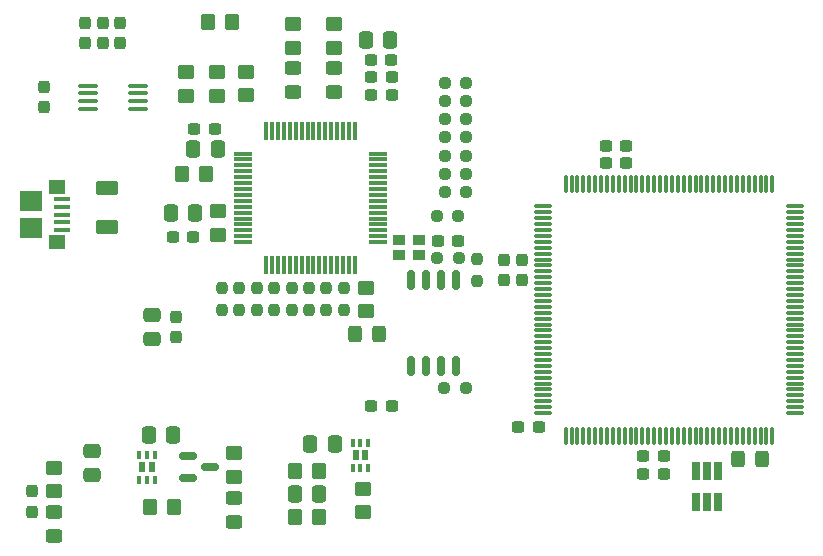
<source format=gbr>
%TF.GenerationSoftware,KiCad,Pcbnew,7.0.1*%
%TF.CreationDate,2023-05-12T19:52:32+02:00*%
%TF.ProjectId,UFO-FPGA,55464f2d-4650-4474-912e-6b696361645f,V0.8*%
%TF.SameCoordinates,Original*%
%TF.FileFunction,Paste,Top*%
%TF.FilePolarity,Positive*%
%FSLAX46Y46*%
G04 Gerber Fmt 4.6, Leading zero omitted, Abs format (unit mm)*
G04 Created by KiCad (PCBNEW 7.0.1) date 2023-05-12 19:52:32*
%MOMM*%
%LPD*%
G01*
G04 APERTURE LIST*
G04 Aperture macros list*
%AMRoundRect*
0 Rectangle with rounded corners*
0 $1 Rounding radius*
0 $2 $3 $4 $5 $6 $7 $8 $9 X,Y pos of 4 corners*
0 Add a 4 corners polygon primitive as box body*
4,1,4,$2,$3,$4,$5,$6,$7,$8,$9,$2,$3,0*
0 Add four circle primitives for the rounded corners*
1,1,$1+$1,$2,$3*
1,1,$1+$1,$4,$5*
1,1,$1+$1,$6,$7*
1,1,$1+$1,$8,$9*
0 Add four rect primitives between the rounded corners*
20,1,$1+$1,$2,$3,$4,$5,0*
20,1,$1+$1,$4,$5,$6,$7,0*
20,1,$1+$1,$6,$7,$8,$9,0*
20,1,$1+$1,$8,$9,$2,$3,0*%
G04 Aperture macros list end*
%ADD10RoundRect,0.250000X0.450000X-0.350000X0.450000X0.350000X-0.450000X0.350000X-0.450000X-0.350000X0*%
%ADD11RoundRect,0.237500X-0.237500X0.300000X-0.237500X-0.300000X0.237500X-0.300000X0.237500X0.300000X0*%
%ADD12RoundRect,0.250000X0.450000X-0.325000X0.450000X0.325000X-0.450000X0.325000X-0.450000X-0.325000X0*%
%ADD13RoundRect,0.237500X0.237500X-0.250000X0.237500X0.250000X-0.237500X0.250000X-0.237500X-0.250000X0*%
%ADD14RoundRect,0.250000X0.337500X0.475000X-0.337500X0.475000X-0.337500X-0.475000X0.337500X-0.475000X0*%
%ADD15RoundRect,0.237500X0.300000X0.237500X-0.300000X0.237500X-0.300000X-0.237500X0.300000X-0.237500X0*%
%ADD16RoundRect,0.250000X0.475000X-0.337500X0.475000X0.337500X-0.475000X0.337500X-0.475000X-0.337500X0*%
%ADD17R,1.000000X0.900000*%
%ADD18RoundRect,0.250000X0.325000X0.450000X-0.325000X0.450000X-0.325000X-0.450000X0.325000X-0.450000X0*%
%ADD19RoundRect,0.237500X-0.300000X-0.237500X0.300000X-0.237500X0.300000X0.237500X-0.300000X0.237500X0*%
%ADD20R,1.400000X0.400000*%
%ADD21R,1.450000X1.150000*%
%ADD22R,1.900000X1.750000*%
%ADD23RoundRect,0.250000X-0.350000X-0.450000X0.350000X-0.450000X0.350000X0.450000X-0.350000X0.450000X0*%
%ADD24RoundRect,0.237500X-0.250000X-0.237500X0.250000X-0.237500X0.250000X0.237500X-0.250000X0.237500X0*%
%ADD25RoundRect,0.250000X-0.450000X0.350000X-0.450000X-0.350000X0.450000X-0.350000X0.450000X0.350000X0*%
%ADD26RoundRect,0.075000X-0.700000X-0.075000X0.700000X-0.075000X0.700000X0.075000X-0.700000X0.075000X0*%
%ADD27RoundRect,0.075000X-0.075000X-0.700000X0.075000X-0.700000X0.075000X0.700000X-0.075000X0.700000X0*%
%ADD28R,0.650000X1.560000*%
%ADD29R,0.630000X0.820000*%
%ADD30R,0.350000X0.650000*%
%ADD31RoundRect,0.237500X0.250000X0.237500X-0.250000X0.237500X-0.250000X-0.237500X0.250000X-0.237500X0*%
%ADD32RoundRect,0.250000X0.700000X-0.362500X0.700000X0.362500X-0.700000X0.362500X-0.700000X-0.362500X0*%
%ADD33RoundRect,0.150000X-0.150000X0.712500X-0.150000X-0.712500X0.150000X-0.712500X0.150000X0.712500X0*%
%ADD34RoundRect,0.250000X-0.337500X-0.475000X0.337500X-0.475000X0.337500X0.475000X-0.337500X0.475000X0*%
%ADD35RoundRect,0.075000X-0.075000X0.662500X-0.075000X-0.662500X0.075000X-0.662500X0.075000X0.662500X0*%
%ADD36RoundRect,0.075000X-0.662500X0.075000X-0.662500X-0.075000X0.662500X-0.075000X0.662500X0.075000X0*%
%ADD37RoundRect,0.237500X0.237500X-0.300000X0.237500X0.300000X-0.237500X0.300000X-0.237500X-0.300000X0*%
%ADD38RoundRect,0.237500X-0.237500X0.250000X-0.237500X-0.250000X0.237500X-0.250000X0.237500X0.250000X0*%
%ADD39RoundRect,0.150000X-0.587500X-0.150000X0.587500X-0.150000X0.587500X0.150000X-0.587500X0.150000X0*%
%ADD40RoundRect,0.100000X0.712500X0.100000X-0.712500X0.100000X-0.712500X-0.100000X0.712500X-0.100000X0*%
%ADD41RoundRect,0.250000X0.350000X0.450000X-0.350000X0.450000X-0.350000X-0.450000X0.350000X-0.450000X0*%
G04 APERTURE END LIST*
D10*
%TO.C,R4*%
X126075000Y-61000000D03*
X126075000Y-59000000D03*
%TD*%
%TO.C,R34*%
X135150000Y-56940000D03*
X135150000Y-54940000D03*
%TD*%
D11*
%TO.C,C3*%
X119075000Y-54837500D03*
X119075000Y-56562500D03*
%TD*%
D12*
%TO.C,RXLED1*%
X138650000Y-60690000D03*
X138650000Y-58640000D03*
%TD*%
D11*
%TO.C,C8*%
X125250000Y-79723752D03*
X125250000Y-81448752D03*
%TD*%
D13*
%TO.C,R11*%
X135050000Y-79137500D03*
X135050000Y-77312500D03*
%TD*%
D12*
%TO.C,TXLED1*%
X135150000Y-60690000D03*
X135150000Y-58640000D03*
%TD*%
D11*
%TO.C,C4*%
X117575000Y-54837500D03*
X117575000Y-56562500D03*
%TD*%
D14*
%TO.C,C10*%
X126900000Y-70950000D03*
X124825000Y-70950000D03*
%TD*%
D15*
%TO.C,C7*%
X126725000Y-73000000D03*
X125000000Y-73000000D03*
%TD*%
D16*
%TO.C,C5*%
X118160000Y-93147500D03*
X118160000Y-91072500D03*
%TD*%
D17*
%TO.C,U3*%
X145820000Y-73212500D03*
X144170000Y-73212500D03*
X144165000Y-74462500D03*
X145815000Y-74462500D03*
%TD*%
D15*
%TO.C,C30*%
X166540000Y-91536000D03*
X164815000Y-91536000D03*
%TD*%
D18*
%TO.C,D1*%
X174902500Y-91790000D03*
X172852500Y-91790000D03*
%TD*%
D14*
%TO.C,C44*%
X143417500Y-56260000D03*
X141342500Y-56260000D03*
%TD*%
D19*
%TO.C,C23*%
X161675000Y-66725000D03*
X163400000Y-66725000D03*
%TD*%
D15*
%TO.C,C16*%
X155954900Y-89052400D03*
X154229900Y-89052400D03*
%TD*%
D16*
%TO.C,C9*%
X123250000Y-81623752D03*
X123250000Y-79548752D03*
%TD*%
D10*
%TO.C,R3*%
X128700000Y-61000000D03*
X128700000Y-59000000D03*
%TD*%
D20*
%TO.C,J5*%
X115620000Y-69780000D03*
X115620000Y-70430000D03*
X115620000Y-71080000D03*
X115620000Y-71730000D03*
X115620000Y-72380000D03*
D21*
X115200000Y-68760000D03*
D22*
X112970000Y-69955000D03*
X112970000Y-72205000D03*
D21*
X115200000Y-73400000D03*
%TD*%
D23*
%TO.C,R2*%
X128000000Y-54750000D03*
X130000000Y-54750000D03*
%TD*%
D24*
%TO.C,R19*%
X148015000Y-61450000D03*
X149840000Y-61450000D03*
%TD*%
D25*
%TO.C,R36*%
X114930000Y-92510000D03*
X114930000Y-94510000D03*
%TD*%
D13*
%TO.C,R9*%
X132080000Y-79144500D03*
X132080000Y-77319500D03*
%TD*%
%TO.C,R12*%
X136528600Y-79137500D03*
X136528600Y-77312500D03*
%TD*%
D26*
%TO.C,U2*%
X130975000Y-65915000D03*
X130975000Y-66415000D03*
X130975000Y-66915000D03*
X130975000Y-67415000D03*
X130975000Y-67915000D03*
X130975000Y-68415000D03*
X130975000Y-68915000D03*
X130975000Y-69415000D03*
X130975000Y-69915000D03*
X130975000Y-70415000D03*
X130975000Y-70915000D03*
X130975000Y-71415000D03*
X130975000Y-71915000D03*
X130975000Y-72415000D03*
X130975000Y-72915000D03*
X130975000Y-73415000D03*
D27*
X132900000Y-75340000D03*
X133400000Y-75340000D03*
X133900000Y-75340000D03*
X134400000Y-75340000D03*
X134900000Y-75340000D03*
X135400000Y-75340000D03*
X135900000Y-75340000D03*
X136400000Y-75340000D03*
X136900000Y-75340000D03*
X137400000Y-75340000D03*
X137900000Y-75340000D03*
X138400000Y-75340000D03*
X138900000Y-75340000D03*
X139400000Y-75340000D03*
X139900000Y-75340000D03*
X140400000Y-75340000D03*
D26*
X142325000Y-73415000D03*
X142325000Y-72915000D03*
X142325000Y-72415000D03*
X142325000Y-71915000D03*
X142325000Y-71415000D03*
X142325000Y-70915000D03*
X142325000Y-70415000D03*
X142325000Y-69915000D03*
X142325000Y-69415000D03*
X142325000Y-68915000D03*
X142325000Y-68415000D03*
X142325000Y-67915000D03*
X142325000Y-67415000D03*
X142325000Y-66915000D03*
X142325000Y-66415000D03*
X142325000Y-65915000D03*
D27*
X140400000Y-63990000D03*
X139900000Y-63990000D03*
X139400000Y-63990000D03*
X138900000Y-63990000D03*
X138400000Y-63990000D03*
X137900000Y-63990000D03*
X137400000Y-63990000D03*
X136900000Y-63990000D03*
X136400000Y-63990000D03*
X135900000Y-63990000D03*
X135400000Y-63990000D03*
X134900000Y-63990000D03*
X134400000Y-63990000D03*
X133900000Y-63990000D03*
X133400000Y-63990000D03*
X132900000Y-63990000D03*
%TD*%
D28*
%TO.C,U12*%
X169250000Y-95450000D03*
X170200000Y-95450000D03*
X171150000Y-95450000D03*
X171150000Y-92750000D03*
X170200000Y-92750000D03*
X169250000Y-92750000D03*
%TD*%
D29*
%TO.C,U6*%
X122400000Y-92490000D03*
X123200000Y-92490000D03*
D30*
X122150000Y-93540000D03*
X122800000Y-93540000D03*
X123450000Y-93540000D03*
X123450000Y-91440000D03*
X122800000Y-91440000D03*
X122150000Y-91440000D03*
%TD*%
D31*
%TO.C,R23*%
X149212500Y-74800000D03*
X147387500Y-74800000D03*
%TD*%
D19*
%TO.C,C24*%
X161665000Y-65256000D03*
X163390000Y-65256000D03*
%TD*%
D32*
%TO.C,FB1*%
X119425000Y-72175000D03*
X119425000Y-68850000D03*
%TD*%
D14*
%TO.C,C11*%
X128787500Y-65550000D03*
X126712500Y-65550000D03*
%TD*%
D19*
%TO.C,C13*%
X147445000Y-73290000D03*
X149170000Y-73290000D03*
%TD*%
D12*
%TO.C,PWR1*%
X114930000Y-98292500D03*
X114930000Y-96242500D03*
%TD*%
D13*
%TO.C,R13*%
X138001800Y-79137500D03*
X138001800Y-77312500D03*
%TD*%
D33*
%TO.C,U9*%
X148971000Y-76651500D03*
X147701000Y-76651500D03*
X146431000Y-76651500D03*
X145161000Y-76651500D03*
X145161000Y-83876500D03*
X146431000Y-83876500D03*
X147701000Y-83876500D03*
X148971000Y-83876500D03*
%TD*%
D34*
%TO.C,C25*%
X122942500Y-89720000D03*
X125017500Y-89720000D03*
%TD*%
D23*
%TO.C,R30*%
X123050000Y-95820000D03*
X125050000Y-95820000D03*
%TD*%
D25*
%TO.C,R28*%
X141360000Y-77270000D03*
X141360000Y-79270000D03*
%TD*%
D15*
%TO.C,C62*%
X143512500Y-60990000D03*
X141787500Y-60990000D03*
%TD*%
D31*
%TO.C,R15*%
X149840000Y-67640000D03*
X148015000Y-67640000D03*
%TD*%
D35*
%TO.C,U4*%
X175750000Y-68478500D03*
X175250000Y-68478500D03*
X174750000Y-68478500D03*
X174250000Y-68478500D03*
X173750000Y-68478500D03*
X173250000Y-68478500D03*
X172750000Y-68478500D03*
X172250000Y-68478500D03*
X171750000Y-68478500D03*
X171250000Y-68478500D03*
X170750000Y-68478500D03*
X170250000Y-68478500D03*
X169750000Y-68478500D03*
X169250000Y-68478500D03*
X168750000Y-68478500D03*
X168250000Y-68478500D03*
X167750000Y-68478500D03*
X167250000Y-68478500D03*
X166750000Y-68478500D03*
X166250000Y-68478500D03*
X165750000Y-68478500D03*
X165250000Y-68478500D03*
X164750000Y-68478500D03*
X164250000Y-68478500D03*
X163750000Y-68478500D03*
X163250000Y-68478500D03*
X162750000Y-68478500D03*
X162250000Y-68478500D03*
X161750000Y-68478500D03*
X161250000Y-68478500D03*
X160750000Y-68478500D03*
X160250000Y-68478500D03*
X159750000Y-68478500D03*
X159250000Y-68478500D03*
X158750000Y-68478500D03*
X158250000Y-68478500D03*
D36*
X156337500Y-70391000D03*
X156337500Y-70891000D03*
X156337500Y-71391000D03*
X156337500Y-71891000D03*
X156337500Y-72391000D03*
X156337500Y-72891000D03*
X156337500Y-73391000D03*
X156337500Y-73891000D03*
X156337500Y-74391000D03*
X156337500Y-74891000D03*
X156337500Y-75391000D03*
X156337500Y-75891000D03*
X156337500Y-76391000D03*
X156337500Y-76891000D03*
X156337500Y-77391000D03*
X156337500Y-77891000D03*
X156337500Y-78391000D03*
X156337500Y-78891000D03*
X156337500Y-79391000D03*
X156337500Y-79891000D03*
X156337500Y-80391000D03*
X156337500Y-80891000D03*
X156337500Y-81391000D03*
X156337500Y-81891000D03*
X156337500Y-82391000D03*
X156337500Y-82891000D03*
X156337500Y-83391000D03*
X156337500Y-83891000D03*
X156337500Y-84391000D03*
X156337500Y-84891000D03*
X156337500Y-85391000D03*
X156337500Y-85891000D03*
X156337500Y-86391000D03*
X156337500Y-86891000D03*
X156337500Y-87391000D03*
X156337500Y-87891000D03*
D35*
X158250000Y-89803500D03*
X158750000Y-89803500D03*
X159250000Y-89803500D03*
X159750000Y-89803500D03*
X160250000Y-89803500D03*
X160750000Y-89803500D03*
X161250000Y-89803500D03*
X161750000Y-89803500D03*
X162250000Y-89803500D03*
X162750000Y-89803500D03*
X163250000Y-89803500D03*
X163750000Y-89803500D03*
X164250000Y-89803500D03*
X164750000Y-89803500D03*
X165250000Y-89803500D03*
X165750000Y-89803500D03*
X166250000Y-89803500D03*
X166750000Y-89803500D03*
X167250000Y-89803500D03*
X167750000Y-89803500D03*
X168250000Y-89803500D03*
X168750000Y-89803500D03*
X169250000Y-89803500D03*
X169750000Y-89803500D03*
X170250000Y-89803500D03*
X170750000Y-89803500D03*
X171250000Y-89803500D03*
X171750000Y-89803500D03*
X172250000Y-89803500D03*
X172750000Y-89803500D03*
X173250000Y-89803500D03*
X173750000Y-89803500D03*
X174250000Y-89803500D03*
X174750000Y-89803500D03*
X175250000Y-89803500D03*
X175750000Y-89803500D03*
D36*
X177662500Y-87891000D03*
X177662500Y-87391000D03*
X177662500Y-86891000D03*
X177662500Y-86391000D03*
X177662500Y-85891000D03*
X177662500Y-85391000D03*
X177662500Y-84891000D03*
X177662500Y-84391000D03*
X177662500Y-83891000D03*
X177662500Y-83391000D03*
X177662500Y-82891000D03*
X177662500Y-82391000D03*
X177662500Y-81891000D03*
X177662500Y-81391000D03*
X177662500Y-80891000D03*
X177662500Y-80391000D03*
X177662500Y-79891000D03*
X177662500Y-79391000D03*
X177662500Y-78891000D03*
X177662500Y-78391000D03*
X177662500Y-77891000D03*
X177662500Y-77391000D03*
X177662500Y-76891000D03*
X177662500Y-76391000D03*
X177662500Y-75891000D03*
X177662500Y-75391000D03*
X177662500Y-74891000D03*
X177662500Y-74391000D03*
X177662500Y-73891000D03*
X177662500Y-73391000D03*
X177662500Y-72891000D03*
X177662500Y-72391000D03*
X177662500Y-71891000D03*
X177662500Y-71391000D03*
X177662500Y-70891000D03*
X177662500Y-70391000D03*
%TD*%
D11*
%TO.C,C2*%
X120550000Y-54837500D03*
X120550000Y-56562500D03*
%TD*%
D10*
%TO.C,R5*%
X128825000Y-72800000D03*
X128825000Y-70800000D03*
%TD*%
D24*
%TO.C,R7*%
X147337500Y-71240000D03*
X149162500Y-71240000D03*
%TD*%
D23*
%TO.C,R32*%
X135330000Y-92770000D03*
X137330000Y-92770000D03*
%TD*%
D24*
%TO.C,R20*%
X147995000Y-59920000D03*
X149820000Y-59920000D03*
%TD*%
D31*
%TO.C,R18*%
X149830000Y-63010000D03*
X148005000Y-63010000D03*
%TD*%
D37*
%TO.C,C1*%
X114075000Y-61975000D03*
X114075000Y-60250000D03*
%TD*%
D15*
%TO.C,C29*%
X166540000Y-93060000D03*
X164815000Y-93060000D03*
%TD*%
%TO.C,C64*%
X143472500Y-57970000D03*
X141747500Y-57970000D03*
%TD*%
D25*
%TO.C,R31*%
X130210000Y-91280000D03*
X130210000Y-93280000D03*
%TD*%
D11*
%TO.C,C22*%
X153060400Y-74931100D03*
X153060400Y-76656100D03*
%TD*%
D25*
%TO.C,R29*%
X141060000Y-94300000D03*
X141060000Y-96300000D03*
%TD*%
D38*
%TO.C,R27*%
X139475000Y-77312500D03*
X139475000Y-79137500D03*
%TD*%
D24*
%TO.C,R17*%
X148005000Y-64540000D03*
X149830000Y-64540000D03*
%TD*%
D18*
%TO.C,D2*%
X142475000Y-81190000D03*
X140425000Y-81190000D03*
%TD*%
D12*
%TO.C,D3*%
X130210000Y-97095000D03*
X130210000Y-95045000D03*
%TD*%
D38*
%TO.C,R21*%
X129145800Y-77319500D03*
X129145800Y-79144500D03*
%TD*%
D31*
%TO.C,R14*%
X149840000Y-69200000D03*
X148015000Y-69200000D03*
%TD*%
D15*
%TO.C,C60*%
X143512500Y-59470000D03*
X141787500Y-59470000D03*
%TD*%
D13*
%TO.C,R10*%
X133565400Y-79144500D03*
X133565400Y-77319500D03*
%TD*%
D10*
%TO.C,R33*%
X138650000Y-56940000D03*
X138650000Y-54940000D03*
%TD*%
D24*
%TO.C,R16*%
X147995000Y-66080000D03*
X149820000Y-66080000D03*
%TD*%
D13*
%TO.C,R8*%
X130619000Y-79144500D03*
X130619000Y-77319500D03*
%TD*%
D23*
%TO.C,R40*%
X135350000Y-96700000D03*
X137350000Y-96700000D03*
%TD*%
D14*
%TO.C,C14*%
X137387500Y-94750000D03*
X135312500Y-94750000D03*
%TD*%
D11*
%TO.C,C40*%
X113090000Y-94497500D03*
X113090000Y-96222500D03*
%TD*%
D39*
%TO.C,Q1*%
X126252500Y-91480000D03*
X126252500Y-93380000D03*
X128127500Y-92430000D03*
%TD*%
D14*
%TO.C,C6*%
X138687500Y-90520000D03*
X136612500Y-90520000D03*
%TD*%
D29*
%TO.C,U1*%
X140470000Y-91450000D03*
X141270000Y-91450000D03*
D30*
X140220000Y-92500000D03*
X140870000Y-92500000D03*
X141520000Y-92500000D03*
X141520000Y-90400000D03*
X140870000Y-90400000D03*
X140220000Y-90400000D03*
%TD*%
D38*
%TO.C,R24*%
X150723600Y-74879200D03*
X150723600Y-76704200D03*
%TD*%
D11*
%TO.C,C21*%
X154584400Y-74931100D03*
X154584400Y-76656100D03*
%TD*%
D15*
%TO.C,C12*%
X128540000Y-63820000D03*
X126815000Y-63820000D03*
%TD*%
D40*
%TO.C,U5*%
X122012500Y-62125000D03*
X122012500Y-61475000D03*
X122012500Y-60825000D03*
X122012500Y-60175000D03*
X117787500Y-60175000D03*
X117787500Y-60825000D03*
X117787500Y-61475000D03*
X117787500Y-62125000D03*
%TD*%
D25*
%TO.C,R1*%
X131225000Y-58975000D03*
X131225000Y-60975000D03*
%TD*%
D31*
%TO.C,R22*%
X149787500Y-85725000D03*
X147962500Y-85725000D03*
%TD*%
D41*
%TO.C,R6*%
X127800000Y-67650000D03*
X125800000Y-67650000D03*
%TD*%
D19*
%TO.C,C59*%
X141797500Y-87320000D03*
X143522500Y-87320000D03*
%TD*%
M02*

</source>
